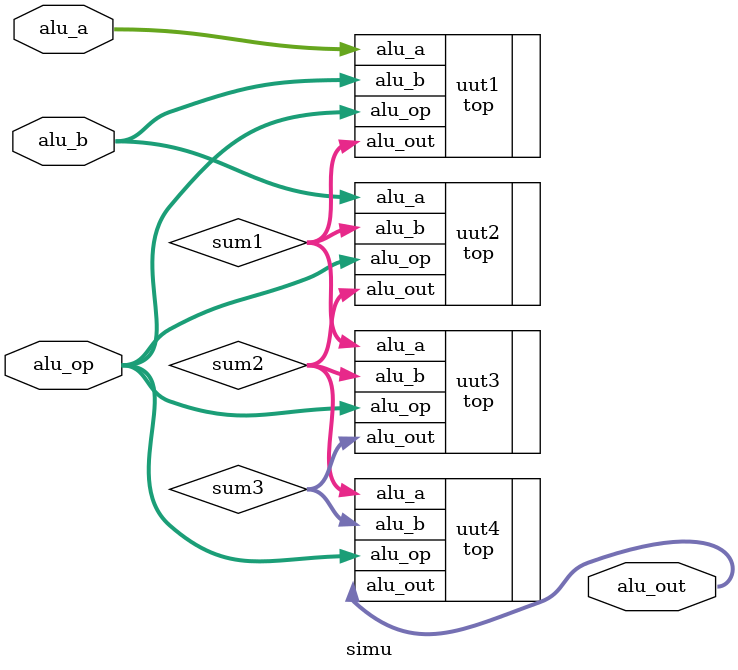
<source format=v>
`timescale 1ns / 1ps


module simu(
    input signed [31:0] alu_a,
    input signed [31:0] alu_b,
    input [4:0] alu_op,
    output [31:0] alu_out
    );
	
	// Temps
	wire [31:0] sum1;
	wire [31:0] sum2;
	wire [31:0] sum3;

	// Outputs

	// Instantiate the Unit Under Test (UUT)
	top uut1 (
		.alu_a(alu_a), 
		.alu_b(alu_b), 
		.alu_op(alu_op), 
		.alu_out(sum1)
	);
	top uut2 (
		.alu_a(alu_b), 
		.alu_b(sum1), 
		.alu_op(alu_op), 
		.alu_out(sum2)
	);
	top uut3 (
		.alu_a(sum1), 
		.alu_b(sum2), 
		.alu_op(alu_op), 
		.alu_out(sum3)
	);
	top uut4 (
		.alu_a(sum2), 
		.alu_b(sum3), 
		.alu_op(alu_op), 
		.alu_out(alu_out)
	);
      
endmodule


</source>
